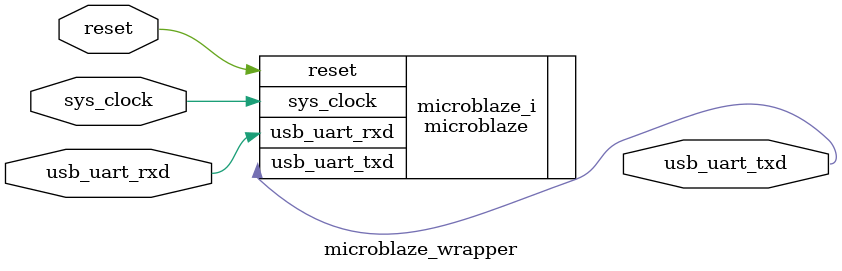
<source format=v>
`timescale 1 ps / 1 ps

module microblaze_wrapper
   (reset,
    sys_clock,
    usb_uart_rxd,
    usb_uart_txd);
  input reset;
  input sys_clock;
  input usb_uart_rxd;
  output usb_uart_txd;

  wire reset;
  wire sys_clock;
  wire usb_uart_rxd;
  wire usb_uart_txd;

  microblaze microblaze_i
       (.reset(reset),
        .sys_clock(sys_clock),
        .usb_uart_rxd(usb_uart_rxd),
        .usb_uart_txd(usb_uart_txd));
endmodule

</source>
